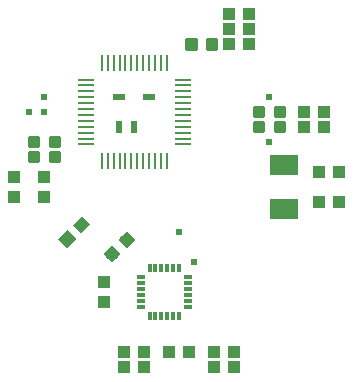
<source format=gtp>
G75*
%MOIN*%
%OFA0B0*%
%FSLAX25Y25*%
%IPPOS*%
%LPD*%
%AMOC8*
5,1,8,0,0,1.08239X$1,22.5*
%
%ADD10R,0.04331X0.03937*%
%ADD11C,0.01181*%
%ADD12R,0.03937X0.04331*%
%ADD13R,0.02000X0.02000*%
%ADD14R,0.01969X0.01969*%
%ADD15R,0.05800X0.01100*%
%ADD16R,0.01100X0.05800*%
%ADD17R,0.09449X0.06693*%
%ADD18R,0.03150X0.01181*%
%ADD19R,0.01181X0.03150*%
D10*
X0047020Y0042716D03*
X0047020Y0047716D03*
X0053713Y0047716D03*
X0053713Y0042716D03*
X0062020Y0047716D03*
X0068713Y0047716D03*
X0077020Y0047716D03*
X0077020Y0042716D03*
X0083713Y0042716D03*
X0083713Y0047716D03*
X0112020Y0097716D03*
X0118713Y0097716D03*
X0118713Y0107716D03*
X0112020Y0107716D03*
X0113713Y0122716D03*
X0113713Y0127716D03*
X0107020Y0127716D03*
X0107020Y0122716D03*
X0088713Y0150216D03*
X0088713Y0155216D03*
X0088713Y0160216D03*
X0082020Y0160216D03*
X0082020Y0155216D03*
X0082020Y0150216D03*
G36*
X0035655Y0090221D02*
X0032594Y0087160D01*
X0029811Y0089943D01*
X0032872Y0093004D01*
X0035655Y0090221D01*
G37*
G36*
X0030922Y0085489D02*
X0027861Y0082428D01*
X0025078Y0085211D01*
X0028139Y0088272D01*
X0030922Y0085489D01*
G37*
D11*
X0040977Y0080274D02*
X0042925Y0078326D01*
X0040977Y0080274D02*
X0042925Y0082222D01*
X0044873Y0080274D01*
X0042925Y0078326D01*
X0044105Y0079506D02*
X0041745Y0079506D01*
X0041389Y0080686D02*
X0044461Y0080686D01*
X0043281Y0081866D02*
X0042569Y0081866D01*
X0045860Y0085157D02*
X0047808Y0083209D01*
X0045860Y0085157D02*
X0047808Y0087105D01*
X0049756Y0085157D01*
X0047808Y0083209D01*
X0048988Y0084389D02*
X0046628Y0084389D01*
X0046272Y0085569D02*
X0049344Y0085569D01*
X0048164Y0086749D02*
X0047452Y0086749D01*
X0022441Y0111338D02*
X0022441Y0114094D01*
X0025197Y0114094D01*
X0025197Y0111338D01*
X0022441Y0111338D01*
X0022441Y0112518D02*
X0025197Y0112518D01*
X0025197Y0113698D02*
X0022441Y0113698D01*
X0022441Y0116338D02*
X0022441Y0119094D01*
X0025197Y0119094D01*
X0025197Y0116338D01*
X0022441Y0116338D01*
X0022441Y0117518D02*
X0025197Y0117518D01*
X0025197Y0118698D02*
X0022441Y0118698D01*
X0015536Y0119094D02*
X0015536Y0116338D01*
X0015536Y0119094D02*
X0018292Y0119094D01*
X0018292Y0116338D01*
X0015536Y0116338D01*
X0015536Y0117518D02*
X0018292Y0117518D01*
X0018292Y0118698D02*
X0015536Y0118698D01*
X0015536Y0114094D02*
X0015536Y0111338D01*
X0015536Y0114094D02*
X0018292Y0114094D01*
X0018292Y0111338D01*
X0015536Y0111338D01*
X0015536Y0112518D02*
X0018292Y0112518D01*
X0018292Y0113698D02*
X0015536Y0113698D01*
X0070792Y0148838D02*
X0070792Y0151594D01*
X0070792Y0148838D02*
X0068036Y0148838D01*
X0068036Y0151594D01*
X0070792Y0151594D01*
X0070792Y0150018D02*
X0068036Y0150018D01*
X0068036Y0151198D02*
X0070792Y0151198D01*
X0077697Y0151594D02*
X0077697Y0148838D01*
X0074941Y0148838D01*
X0074941Y0151594D01*
X0077697Y0151594D01*
X0077697Y0150018D02*
X0074941Y0150018D01*
X0074941Y0151198D02*
X0077697Y0151198D01*
X0093292Y0129094D02*
X0093292Y0126338D01*
X0090536Y0126338D01*
X0090536Y0129094D01*
X0093292Y0129094D01*
X0093292Y0127518D02*
X0090536Y0127518D01*
X0090536Y0128698D02*
X0093292Y0128698D01*
X0093292Y0124094D02*
X0093292Y0121338D01*
X0090536Y0121338D01*
X0090536Y0124094D01*
X0093292Y0124094D01*
X0093292Y0122518D02*
X0090536Y0122518D01*
X0090536Y0123698D02*
X0093292Y0123698D01*
X0100197Y0124094D02*
X0100197Y0121338D01*
X0097441Y0121338D01*
X0097441Y0124094D01*
X0100197Y0124094D01*
X0100197Y0122518D02*
X0097441Y0122518D01*
X0097441Y0123698D02*
X0100197Y0123698D01*
X0100197Y0126338D02*
X0100197Y0129094D01*
X0100197Y0126338D02*
X0097441Y0126338D01*
X0097441Y0129094D01*
X0100197Y0129094D01*
X0100197Y0127518D02*
X0097441Y0127518D01*
X0097441Y0128698D02*
X0100197Y0128698D01*
D12*
X0040367Y0071062D03*
X0040367Y0064369D03*
X0020367Y0099369D03*
X0020367Y0106062D03*
X0010367Y0106062D03*
X0010367Y0099369D03*
D13*
X0015367Y0127716D03*
X0020367Y0127716D03*
X0020367Y0132716D03*
X0065367Y0087716D03*
X0070367Y0077716D03*
X0095367Y0117716D03*
X0095367Y0132716D03*
D14*
X0056351Y0132716D03*
X0054382Y0132716D03*
X0046351Y0132716D03*
X0044382Y0132716D03*
X0045367Y0123700D03*
X0045367Y0121732D03*
X0050367Y0121732D03*
X0050367Y0123700D03*
D15*
X0034167Y0122816D03*
X0034167Y0124716D03*
X0034167Y0126716D03*
X0034167Y0128716D03*
X0034167Y0130716D03*
X0034167Y0132616D03*
X0034167Y0134616D03*
X0034167Y0136616D03*
X0034167Y0138516D03*
X0034167Y0120816D03*
X0034167Y0118816D03*
X0034167Y0116916D03*
X0066567Y0116916D03*
X0066567Y0118816D03*
X0066567Y0120816D03*
X0066567Y0122816D03*
X0066567Y0124716D03*
X0066567Y0126716D03*
X0066567Y0128716D03*
X0066567Y0130716D03*
X0066567Y0132616D03*
X0066567Y0134616D03*
X0066567Y0136616D03*
X0066567Y0138516D03*
D16*
X0061167Y0143916D03*
X0059267Y0143916D03*
X0057267Y0143916D03*
X0055267Y0143916D03*
X0053367Y0143916D03*
X0051367Y0143916D03*
X0049367Y0143916D03*
X0047367Y0143916D03*
X0045467Y0143916D03*
X0043467Y0143916D03*
X0041467Y0143916D03*
X0039567Y0143916D03*
X0039567Y0111516D03*
X0041467Y0111516D03*
X0043467Y0111516D03*
X0045467Y0111516D03*
X0047367Y0111516D03*
X0049367Y0111516D03*
X0051367Y0111516D03*
X0053367Y0111516D03*
X0055267Y0111516D03*
X0057267Y0111516D03*
X0059267Y0111516D03*
X0061167Y0111516D03*
D17*
X0100367Y0109999D03*
X0100367Y0095432D03*
D18*
X0068241Y0072637D03*
X0068241Y0070669D03*
X0068241Y0068700D03*
X0068241Y0066732D03*
X0068241Y0064763D03*
X0068241Y0062795D03*
X0052493Y0062795D03*
X0052493Y0064763D03*
X0052493Y0066732D03*
X0052493Y0068700D03*
X0052493Y0070669D03*
X0052493Y0072637D03*
D19*
X0055445Y0075590D03*
X0057414Y0075590D03*
X0059382Y0075590D03*
X0061351Y0075590D03*
X0063319Y0075590D03*
X0065288Y0075590D03*
X0065288Y0059842D03*
X0063319Y0059842D03*
X0061351Y0059842D03*
X0059382Y0059842D03*
X0057414Y0059842D03*
X0055445Y0059842D03*
M02*

</source>
